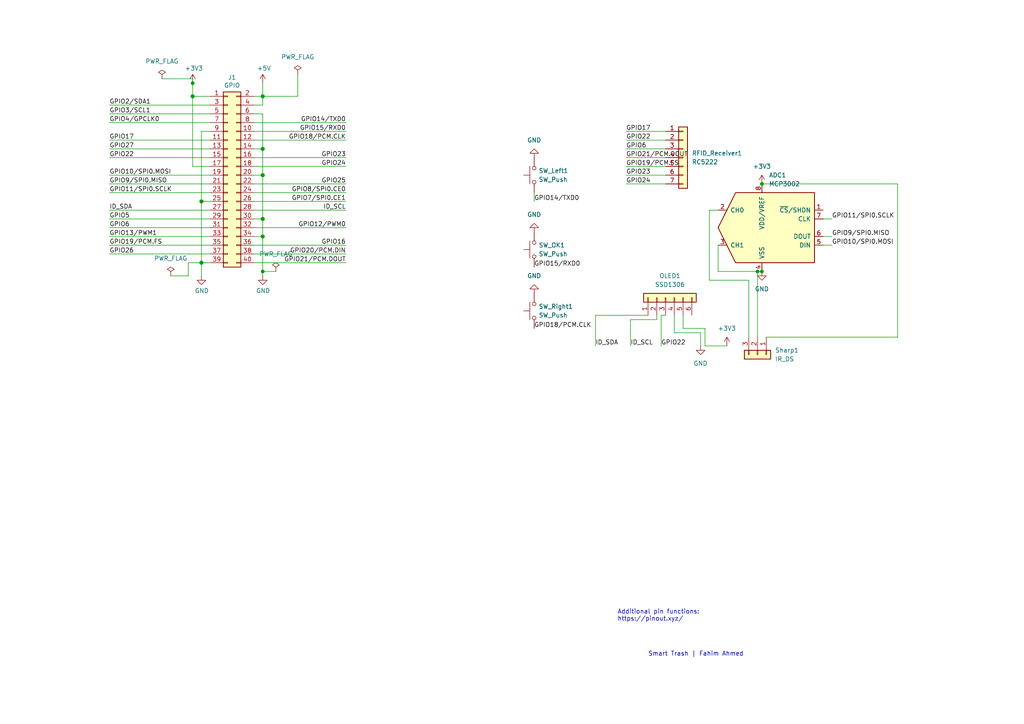
<source format=kicad_sch>
(kicad_sch (version 20211123) (generator eeschema)
  (paper "A4")
  (title_block (date "2022-04-18"))
  (lib_symbols
    (symbol "Analog_ADC:MCP3002" (pin_names (offset 1.016))
      (property "Reference" "U" (at -6.35 11.43 0))
      (property "Value" "MCP3002" (at 11.43 11.43 0))
      (symbol "MCP3002_0_1"
        (polyline (pts (xy 15.24 10.16) (xy -7.62 10.16) (xy -12.7 0) (xy -7.62 -10.16) (xy 15.24 -10.16) (xy 15.24 10.16)) (stroke (width 0.254)) (fill (type background)))
      )
      (symbol "MCP3002_1_1"
        (pin input line (at 17.78 5.08 180) (length 2.54) (name "~{CS}/SHDN") (number "1"))
        (pin passive line (at -12.7 5.08 0) (length 2.54) (name "CH0") (number "2"))
        (pin passive line (at -12.7 -5.08 0) (length 2.54) (name "CH1") (number "3"))
        (pin power_in line (at 0 -12.7 90) (length 2.54) (name "VSS") (number "4"))
        (pin input line (at 17.78 -5.08 180) (length 2.54) (name "DIN") (number "5"))
        (pin output line (at 17.78 -2.54 180) (length 2.54) (name "DOUT") (number "6"))
        (pin input line (at 17.78 2.54 180) (length 2.54) (name "CLK") (number "7"))
        (pin power_in line (at 0 12.7 270) (length 2.54) (name "VDD/VREF") (number "8"))
      )
    )
    (symbol "Connector_Generic:Conn_01x03" (pin_names (offset 1.016) hide)
      (property "Reference" "J" (at 0 5.08 0))
      (property "Value" "Conn_01x03" (at 0 -5.08 0))
      (symbol "Conn_01x03_1_1"
        (rectangle (start -1.27 -2.413) (end 0 -2.667) (stroke (width 0.1524)))
        (rectangle (start -1.27 0.127) (end 0 -0.127) (stroke (width 0.1524)))
        (rectangle (start -1.27 2.667) (end 0 2.413) (stroke (width 0.1524)))
        (rectangle (start -1.27 3.81) (end 1.27 -3.81) (stroke (width 0.254)) (fill (type background)))
        (pin passive line (at -5.08 2.54 0) (length 3.81) (name "Pin_1") (number "1"))
        (pin passive line (at -5.08 0 0) (length 3.81) (name "Pin_2") (number "2"))
        (pin passive line (at -5.08 -2.54 0) (length 3.81) (name "Pin_3") (number "3"))
      )
    )
    (symbol "Connector_Generic:Conn_01x06" (pin_names (offset 1.016) hide)
      (property "Reference" "J" (at 0 7.62 0))
      (property "Value" "Conn_01x06" (at 0 -10.16 0))
      (symbol "Conn_01x06_1_1"
        (rectangle (start -1.27 -7.493) (end 0 -7.747) (stroke (width 0.1524)))
        (rectangle (start -1.27 -4.953) (end 0 -5.207) (stroke (width 0.1524)))
        (rectangle (start -1.27 -2.413) (end 0 -2.667) (stroke (width 0.1524)))
        (rectangle (start -1.27 0.127) (end 0 -0.127) (stroke (width 0.1524)))
        (rectangle (start -1.27 2.667) (end 0 2.413) (stroke (width 0.1524)))
        (rectangle (start -1.27 5.207) (end 0 4.953) (stroke (width 0.1524)))
        (rectangle (start -1.27 6.35) (end 1.27 -8.89) (stroke (width 0.254)) (fill (type background)))
        (pin passive line (at -5.08 5.08 0) (length 3.81) (name "Pin_1") (number "1"))
        (pin passive line (at -5.08 2.54 0) (length 3.81) (name "Pin_2") (number "2"))
        (pin passive line (at -5.08 0 0) (length 3.81) (name "Pin_3") (number "3"))
        (pin passive line (at -5.08 -2.54 0) (length 3.81) (name "Pin_4") (number "4"))
        (pin passive line (at -5.08 -5.08 0) (length 3.81) (name "Pin_5") (number "5"))
        (pin passive line (at -5.08 -7.62 0) (length 3.81) (name "Pin_6") (number "6"))
      )
    )
    (symbol "Connector_Generic:Conn_01x07" (pin_names (offset 1.016) hide)
      (property "Reference" "J" (at 0 10.16 0))
      (property "Value" "Conn_01x07" (at 0 -10.16 0))
      (symbol "Conn_01x07_1_1"
        (rectangle (start -1.27 -7.493) (end 0 -7.747) (stroke (width 0.1524)))
        (rectangle (start -1.27 -4.953) (end 0 -5.207) (stroke (width 0.1524)))
        (rectangle (start -1.27 -2.413) (end 0 -2.667) (stroke (width 0.1524)))
        (rectangle (start -1.27 0.127) (end 0 -0.127) (stroke (width 0.1524)))
        (rectangle (start -1.27 2.667) (end 0 2.413) (stroke (width 0.1524)))
        (rectangle (start -1.27 5.207) (end 0 4.953) (stroke (width 0.1524)))
        (rectangle (start -1.27 7.747) (end 0 7.493) (stroke (width 0.1524)))
        (rectangle (start -1.27 8.89) (end 1.27 -8.89) (stroke (width 0.254)) (fill (type background)))
        (pin passive line (at -5.08 7.62 0) (length 3.81) (name "Pin_1") (number "1"))
        (pin passive line (at -5.08 5.08 0) (length 3.81) (name "Pin_2") (number "2"))
        (pin passive line (at -5.08 2.54 0) (length 3.81) (name "Pin_3") (number "3"))
        (pin passive line (at -5.08 0 0) (length 3.81) (name "Pin_4") (number "4"))
        (pin passive line (at -5.08 -2.54 0) (length 3.81) (name "Pin_5") (number "5"))
        (pin passive line (at -5.08 -5.08 0) (length 3.81) (name "Pin_6") (number "6"))
        (pin passive line (at -5.08 -7.62 0) (length 3.81) (name "Pin_7") (number "7"))
      )
    )
    (symbol "Connector_Generic:Conn_02x20_Odd_Even" (pin_names (offset 1.016) hide)
      (property "Reference" "J" (at 1.27 25.4 0))
      (property "Value" "Conn_02x20_Odd_Even" (at 1.27 -27.94 0))
      (symbol "Conn_02x20_Odd_Even_1_1"
        (rectangle (start -1.27 -25.273) (end 0 -25.527) (stroke (width 0.1524)))
        (rectangle (start -1.27 -22.733) (end 0 -22.987) (stroke (width 0.1524)))
        (rectangle (start -1.27 -20.193) (end 0 -20.447) (stroke (width 0.1524)))
        (rectangle (start -1.27 -17.653) (end 0 -17.907) (stroke (width 0.1524)))
        (rectangle (start -1.27 -15.113) (end 0 -15.367) (stroke (width 0.1524)))
        (rectangle (start -1.27 -12.573) (end 0 -12.827) (stroke (width 0.1524)))
        (rectangle (start -1.27 -10.033) (end 0 -10.287) (stroke (width 0.1524)))
        (rectangle (start -1.27 -7.493) (end 0 -7.747) (stroke (width 0.1524)))
        (rectangle (start -1.27 -4.953) (end 0 -5.207) (stroke (width 0.1524)))
        (rectangle (start -1.27 -2.413) (end 0 -2.667) (stroke (width 0.1524)))
        (rectangle (start -1.27 0.127) (end 0 -0.127) (stroke (width 0.1524)))
        (rectangle (start -1.27 2.667) (end 0 2.413) (stroke (width 0.1524)))
        (rectangle (start -1.27 5.207) (end 0 4.953) (stroke (width 0.1524)))
        (rectangle (start -1.27 7.747) (end 0 7.493) (stroke (width 0.1524)))
        (rectangle (start -1.27 10.287) (end 0 10.033) (stroke (width 0.1524)))
        (rectangle (start -1.27 12.827) (end 0 12.573) (stroke (width 0.1524)))
        (rectangle (start -1.27 15.367) (end 0 15.113) (stroke (width 0.1524)))
        (rectangle (start -1.27 17.907) (end 0 17.653) (stroke (width 0.1524)))
        (rectangle (start -1.27 20.447) (end 0 20.193) (stroke (width 0.1524)))
        (rectangle (start -1.27 22.987) (end 0 22.733) (stroke (width 0.1524)))
        (rectangle (start -1.27 24.13) (end 3.81 -26.67) (stroke (width 0.254)) (fill (type background)))
        (rectangle (start 3.81 -25.273) (end 2.54 -25.527) (stroke (width 0.1524)))
        (rectangle (start 3.81 -22.733) (end 2.54 -22.987) (stroke (width 0.1524)))
        (rectangle (start 3.81 -20.193) (end 2.54 -20.447) (stroke (width 0.1524)))
        (rectangle (start 3.81 -17.653) (end 2.54 -17.907) (stroke (width 0.1524)))
        (rectangle (start 3.81 -15.113) (end 2.54 -15.367) (stroke (width 0.1524)))
        (rectangle (start 3.81 -12.573) (end 2.54 -12.827) (stroke (width 0.1524)))
        (rectangle (start 3.81 -10.033) (end 2.54 -10.287) (stroke (width 0.1524)))
        (rectangle (start 3.81 -7.493) (end 2.54 -7.747) (stroke (width 0.1524)))
        (rectangle (start 3.81 -4.953) (end 2.54 -5.207) (stroke (width 0.1524)))
        (rectangle (start 3.81 -2.413) (end 2.54 -2.667) (stroke (width 0.1524)))
        (rectangle (start 3.81 0.127) (end 2.54 -0.127) (stroke (width 0.1524)))
        (rectangle (start 3.81 2.667) (end 2.54 2.413) (stroke (width 0.1524)))
        (rectangle (start 3.81 5.207) (end 2.54 4.953) (stroke (width 0.1524)))
        (rectangle (start 3.81 7.747) (end 2.54 7.493) (stroke (width 0.1524)))
        (rectangle (start 3.81 10.287) (end 2.54 10.033) (stroke (width 0.1524)))
        (rectangle (start 3.81 12.827) (end 2.54 12.573) (stroke (width 0.1524)))
        (rectangle (start 3.81 15.367) (end 2.54 15.113) (stroke (width 0.1524)))
        (rectangle (start 3.81 17.907) (end 2.54 17.653) (stroke (width 0.1524)))
        (rectangle (start 3.81 20.447) (end 2.54 20.193) (stroke (width 0.1524)))
        (rectangle (start 3.81 22.987) (end 2.54 22.733) (stroke (width 0.1524)))
        (pin passive line (at -5.08 22.86 0) (length 3.81) (name "Pin_1") (number "1"))
        (pin passive line (at 7.62 12.7 180) (length 3.81) (name "Pin_10") (number "10"))
        (pin passive line (at -5.08 10.16 0) (length 3.81) (name "Pin_11") (number "11"))
        (pin passive line (at 7.62 10.16 180) (length 3.81) (name "Pin_12") (number "12"))
        (pin passive line (at -5.08 7.62 0) (length 3.81) (name "Pin_13") (number "13"))
        (pin passive line (at 7.62 7.62 180) (length 3.81) (name "Pin_14") (number "14"))
        (pin passive line (at -5.08 5.08 0) (length 3.81) (name "Pin_15") (number "15"))
        (pin passive line (at 7.62 5.08 180) (length 3.81) (name "Pin_16") (number "16"))
        (pin passive line (at -5.08 2.54 0) (length 3.81) (name "Pin_17") (number "17"))
        (pin passive line (at 7.62 2.54 180) (length 3.81) (name "Pin_18") (number "18"))
        (pin passive line (at -5.08 0 0) (length 3.81) (name "Pin_19") (number "19"))
        (pin passive line (at 7.62 22.86 180) (length 3.81) (name "Pin_2") (number "2"))
        (pin passive line (at 7.62 0 180) (length 3.81) (name "Pin_20") (number "20"))
        (pin passive line (at -5.08 -2.54 0) (length 3.81) (name "Pin_21") (number "21"))
        (pin passive line (at 7.62 -2.54 180) (length 3.81) (name "Pin_22") (number "22"))
        (pin passive line (at -5.08 -5.08 0) (length 3.81) (name "Pin_23") (number "23"))
        (pin passive line (at 7.62 -5.08 180) (length 3.81) (name "Pin_24") (number "24"))
        (pin passive line (at -5.08 -7.62 0) (length 3.81) (name "Pin_25") (number "25"))
        (pin passive line (at 7.62 -7.62 180) (length 3.81) (name "Pin_26") (number "26"))
        (pin passive line (at -5.08 -10.16 0) (length 3.81) (name "Pin_27") (number "27"))
        (pin passive line (at 7.62 -10.16 180) (length 3.81) (name "Pin_28") (number "28"))
        (pin passive line (at -5.08 -12.7 0) (length 3.81) (name "Pin_29") (number "29"))
        (pin passive line (at -5.08 20.32 0) (length 3.81) (name "Pin_3") (number "3"))
        (pin passive line (at 7.62 -12.7 180) (length 3.81) (name "Pin_30") (number "30"))
        (pin passive line (at -5.08 -15.24 0) (length 3.81) (name "Pin_31") (number "31"))
        (pin passive line (at 7.62 -15.24 180) (length 3.81) (name "Pin_32") (number "32"))
        (pin passive line (at -5.08 -17.78 0) (length 3.81) (name "Pin_33") (number "33"))
        (pin passive line (at 7.62 -17.78 180) (length 3.81) (name "Pin_34") (number "34"))
        (pin passive line (at -5.08 -20.32 0) (length 3.81) (name "Pin_35") (number "35"))
        (pin passive line (at 7.62 -20.32 180) (length 3.81) (name "Pin_36") (number "36"))
        (pin passive line (at -5.08 -22.86 0) (length 3.81) (name "Pin_37") (number "37"))
        (pin passive line (at 7.62 -22.86 180) (length 3.81) (name "Pin_38") (number "38"))
        (pin passive line (at -5.08 -25.4 0) (length 3.81) (name "Pin_39") (number "39"))
        (pin passive line (at 7.62 20.32 180) (length 3.81) (name "Pin_4") (number "4"))
        (pin passive line (at 7.62 -25.4 180) (length 3.81) (name "Pin_40") (number "40"))
        (pin passive line (at -5.08 17.78 0) (length 3.81) (name "Pin_5") (number "5"))
        (pin passive line (at 7.62 17.78 180) (length 3.81) (name "Pin_6") (number "6"))
        (pin passive line (at -5.08 15.24 0) (length 3.81) (name "Pin_7") (number "7"))
        (pin passive line (at 7.62 15.24 180) (length 3.81) (name "Pin_8") (number "8"))
        (pin passive line (at -5.08 12.7 0) (length 3.81) (name "Pin_9") (number "9"))
      )
    )
    (symbol "Switch:SW_Push" (pin_numbers hide) (pin_names (offset 1.016) hide)
      (property "Reference" "SW" (at 1.27 2.54 0))
      (property "Value" "SW_Push" (at 0 -1.524 0))
      (symbol "SW_Push_0_1"
        (circle (center -2.032 0) (radius 0.508))
        (polyline (pts (xy 0 1.27) (xy 0 3.048)))
        (polyline (pts (xy 2.54 1.27) (xy -2.54 1.27)))
        (circle (center 2.032 0) (radius 0.508))
        (pin passive line (at -5.08 0 0) (length 2.54) (name "1") (number "1"))
        (pin passive line (at 5.08 0 180) (length 2.54) (name "2") (number "2"))
      )
    )
    (symbol "power:+3.3V" (power) (pin_names (offset 0))
      (property "Value" "+3.3V" (at 0 3.556 0))
      (symbol "+3.3V_0_1"
        (polyline (pts (xy -0.762 1.27) (xy 0 2.54)))
        (polyline (pts (xy 0 0) (xy 0 2.54)))
        (polyline (pts (xy 0 2.54) (xy 0.762 1.27)))
      )
      (symbol "+3.3V_1_1"
        (pin power_in line (at 0 0 90) (length 0) hide (name "+3V3") (number "1"))
      )
    )
    (symbol "power:+5V" (power) (pin_names (offset 0))
      (property "Value" "+5V" (at 0 3.556 0))
      (symbol "+5V_0_1"
        (polyline (pts (xy -0.762 1.27) (xy 0 2.54)))
        (polyline (pts (xy 0 0) (xy 0 2.54)))
        (polyline (pts (xy 0 2.54) (xy 0.762 1.27)))
      )
      (symbol "+5V_1_1"
        (pin power_in line (at 0 0 90) (length 0) hide (name "+5V") (number "1"))
      )
    )
    (symbol "power:GND" (power) (pin_names (offset 0))
      (property "Value" "GND" (at 0 -3.81 0))
      (symbol "GND_0_1"
        (polyline (pts (xy 0 0) (xy 0 -1.27) (xy 1.27 -1.27) (xy 0 -2.54) (xy -1.27 -1.27) (xy 0 -1.27)))
      )
      (symbol "GND_1_1"
        (pin power_in line (at 0 0 270) (length 0) hide (name "GND") (number "1"))
      )
    )
    (symbol "power:PWR_FLAG" (power) (pin_numbers hide) (pin_names (offset 0) hide)
      (property "Value" "PWR_FLAG" (at 0 3.81 0))
      (symbol "PWR_FLAG_0_0"
        (pin power_out line (at 0 0 90) (length 0) (name "pwr") (number "1"))
      )
      (symbol "PWR_FLAG_0_1"
        (polyline (pts (xy 0 0) (xy 0 1.27) (xy -1.016 1.905) (xy 0 2.54) (xy 1.016 1.905) (xy 0 1.27)))
      )
    )
  )
  (junction (at 220.98 78.74))
  (junction (at 76.2 63.5) (diameter 1.016))
  (junction (at 55.88 27.94) (diameter 1.016))
  (junction (at 76.2 68.58) (diameter 1.016))
  (junction (at 55.88 24.13))
  (junction (at 58.42 58.42) (diameter 1.016))
  (junction (at 219.71 78.74))
  (junction (at 76.2 50.8) (diameter 1.016))
  (junction (at 76.2 43.18) (diameter 1.016))
  (junction (at 220.98 53.34))
  (junction (at 76.2 78.74))
  (junction (at 58.42 76.2) (diameter 1.016))
  (junction (at 76.2 27.94) (diameter 1.016))
  (wire (pts (xy 58.42 58.42) (xy 58.42 76.2)))
  (wire (pts (xy 73.66 58.42) (xy 100.33 58.42)))
  (wire (pts (xy 203.2 96.52) (xy 195.58 96.52)))
  (wire (pts (xy 60.96 40.64) (xy 31.75 40.64)))
  (wire (pts (xy 154.94 55.88) (xy 154.94 58.42)))
  (wire (pts (xy 76.2 33.02) (xy 76.2 43.18)))
  (wire (pts (xy 76.2 50.8) (xy 73.66 50.8)))
  (wire (pts (xy 54.61 76.2) (xy 58.42 76.2)))
  (wire (pts (xy 76.2 63.5) (xy 76.2 68.58)))
  (wire (pts (xy 204.47 95.25) (xy 198.12 95.25)))
  (wire (pts (xy 205.74 60.96) (xy 208.28 60.96)))
  (wire (pts (xy 260.35 53.34) (xy 260.35 97.79)))
  (wire (pts (xy 217.17 81.28) (xy 205.74 81.28)))
  (wire (pts (xy 182.88 92.71) (xy 190.5 92.71)))
  (wire (pts (xy 198.12 95.25) (xy 198.12 91.44)))
  (wire (pts (xy 76.2 50.8) (xy 76.2 63.5)))
  (wire (pts (xy 73.66 35.56) (xy 100.33 35.56)))
  (wire (pts (xy 58.42 38.1) (xy 58.42 58.42)))
  (wire (pts (xy 203.2 100.33) (xy 203.2 96.52)))
  (wire (pts (xy 208.28 71.12) (xy 208.28 78.74)))
  (wire (pts (xy 204.47 100.33) (xy 204.47 95.25)))
  (wire (pts (xy 58.42 38.1) (xy 60.96 38.1)))
  (wire (pts (xy 73.66 55.88) (xy 100.33 55.88)))
  (wire (pts (xy 181.61 45.72) (xy 193.04 45.72)))
  (wire (pts (xy 181.61 38.1) (xy 193.04 38.1)))
  (wire (pts (xy 60.96 60.96) (xy 31.75 60.96)))
  (wire (pts (xy 181.61 43.18) (xy 193.04 43.18)))
  (wire (pts (xy 31.75 63.5) (xy 60.96 63.5)))
  (wire (pts (xy 191.77 91.44) (xy 193.04 91.44)))
  (wire (pts (xy 181.61 40.64) (xy 193.04 40.64)))
  (wire (pts (xy 58.42 58.42) (xy 60.96 58.42)))
  (wire (pts (xy 73.66 45.72) (xy 100.33 45.72)))
  (wire (pts (xy 260.35 97.79) (xy 222.25 97.79)))
  (wire (pts (xy 73.66 76.2) (xy 100.33 76.2)))
  (wire (pts (xy 58.42 76.2) (xy 58.42 80.01)))
  (wire (pts (xy 31.75 43.18) (xy 60.96 43.18)))
  (wire (pts (xy 55.88 22.86) (xy 55.88 24.13)))
  (wire (pts (xy 220.98 53.34) (xy 260.35 53.34)))
  (wire (pts (xy 190.5 92.71) (xy 190.5 91.44)))
  (wire (pts (xy 76.2 78.74) (xy 76.2 80.01)))
  (wire (pts (xy 76.2 68.58) (xy 73.66 68.58)))
  (wire (pts (xy 31.75 33.02) (xy 60.96 33.02)))
  (wire (pts (xy 241.3 63.5) (xy 238.76 63.5)))
  (wire (pts (xy 31.75 55.88) (xy 60.96 55.88)))
  (wire (pts (xy 210.82 100.33) (xy 204.47 100.33)))
  (wire (pts (xy 55.88 48.26) (xy 60.96 48.26)))
  (wire (pts (xy 60.96 30.48) (xy 31.75 30.48)))
  (wire (pts (xy 76.2 27.94) (xy 76.2 30.48)))
  (wire (pts (xy 191.77 100.33) (xy 191.77 91.44)))
  (wire (pts (xy 181.61 53.34) (xy 193.04 53.34)))
  (wire (pts (xy 181.61 50.8) (xy 193.04 50.8)))
  (wire (pts (xy 76.2 43.18) (xy 76.2 50.8)))
  (wire (pts (xy 73.66 40.64) (xy 100.33 40.64)))
  (wire (pts (xy 76.2 43.18) (xy 73.66 43.18)))
  (wire (pts (xy 76.2 24.13) (xy 76.2 27.94)))
  (wire (pts (xy 241.3 71.12) (xy 238.76 71.12)))
  (wire (pts (xy 217.17 97.79) (xy 217.17 81.28)))
  (wire (pts (xy 31.75 35.56) (xy 60.96 35.56)))
  (wire (pts (xy 76.2 27.94) (xy 73.66 27.94)))
  (wire (pts (xy 55.88 27.94) (xy 55.88 48.26)))
  (wire (pts (xy 49.53 80.01) (xy 54.61 80.01)))
  (wire (pts (xy 73.66 48.26) (xy 100.33 48.26)))
  (wire (pts (xy 73.66 38.1) (xy 100.33 38.1)))
  (wire (pts (xy 182.88 100.33) (xy 182.88 92.71)))
  (wire (pts (xy 172.72 100.33) (xy 172.72 91.44)))
  (wire (pts (xy 181.61 48.26) (xy 193.04 48.26)))
  (wire (pts (xy 31.75 45.72) (xy 60.96 45.72)))
  (wire (pts (xy 31.75 53.34) (xy 60.96 53.34)))
  (wire (pts (xy 208.28 78.74) (xy 219.71 78.74)))
  (wire (pts (xy 31.75 66.04) (xy 60.96 66.04)))
  (wire (pts (xy 219.71 97.79) (xy 219.71 78.74)))
  (wire (pts (xy 76.2 30.48) (xy 73.66 30.48)))
  (wire (pts (xy 86.36 21.59) (xy 86.36 27.94)))
  (wire (pts (xy 46.99 22.86) (xy 55.88 22.86)))
  (wire (pts (xy 195.58 96.52) (xy 195.58 91.44)))
  (wire (pts (xy 31.75 71.12) (xy 60.96 71.12)))
  (wire (pts (xy 73.66 71.12) (xy 100.33 71.12)))
  (wire (pts (xy 73.66 66.04) (xy 100.33 66.04)))
  (wire (pts (xy 58.42 76.2) (xy 60.96 76.2)))
  (wire (pts (xy 73.66 73.66) (xy 100.33 73.66)))
  (wire (pts (xy 76.2 33.02) (xy 73.66 33.02)))
  (wire (pts (xy 238.76 68.58) (xy 241.3 68.58)))
  (wire (pts (xy 31.75 73.66) (xy 60.96 73.66)))
  (wire (pts (xy 54.61 80.01) (xy 54.61 76.2)))
  (wire (pts (xy 86.36 27.94) (xy 76.2 27.94)))
  (wire (pts (xy 219.71 78.74) (xy 220.98 78.74)))
  (wire (pts (xy 172.72 91.44) (xy 187.96 91.44)))
  (wire (pts (xy 76.2 68.58) (xy 76.2 78.74)))
  (wire (pts (xy 73.66 53.34) (xy 100.33 53.34)))
  (wire (pts (xy 60.96 68.58) (xy 31.75 68.58)))
  (wire (pts (xy 205.74 81.28) (xy 205.74 60.96)))
  (wire (pts (xy 55.88 24.13) (xy 55.88 27.94)))
  (wire (pts (xy 76.2 63.5) (xy 73.66 63.5)))
  (wire (pts (xy 55.88 27.94) (xy 60.96 27.94)))
  (wire (pts (xy 76.2 78.74) (xy 80.01 78.74)))
  (wire (pts (xy 60.96 50.8) (xy 31.75 50.8)))
  (wire (pts (xy 73.66 60.96) (xy 100.33 60.96)))
  (text "Smart Trash | Fahim Ahmed" (at 187.96 190.5 0) (effects (font (size 1.27 1.27)) (justify left bottom)))
  (text "Additional pin functions:\nhttps://pinout.xyz/" (at 179.07 180.34 0) (effects (font (size 1.27 1.27)) (justify left bottom)))
  (label "ID_SDA" (at 31.75 60.96 0))
  (label "GPIO6" (at 31.75 66.04 0))
  (label "GPIO6" (at 181.61 43.18 0))
  (label "GPIO10{slash}SPI0.MOSI" (at 241.3 71.12 0))
  (label "ID_SCL" (at 100.33 60.96 180))
  (label "GPIO5" (at 31.75 63.5 0))
  (label "GPIO18{slash}PCM.CLK" (at 154.94 95.25 0))
  (label "GPIO19{slash}PCM.FS" (at 181.61 48.26 0))
  (label "GPIO21{slash}PCM.DOUT" (at 100.33 76.2 180))
  (label "GPIO19{slash}PCM.FS" (at 31.75 71.12 0))
  (label "GPIO10{slash}SPI0.MOSI" (at 31.75 50.8 0))
  (label "GPIO9{slash}SPI0.MISO" (at 31.75 53.34 0))
  (label "GPIO23" (at 100.33 45.72 180))
  (label "GPIO4{slash}GPCLK0" (at 31.75 35.56 0))
  (label "GPIO21{slash}PCM.DOUT" (at 181.61 45.72 0))
  (label "GPIO15{slash}RXD0" (at 154.94 77.47 0))
  (label "GPIO27" (at 31.75 43.18 0))
  (label "GPIO26" (at 31.75 73.66 0))
  (label "GPIO14{slash}TXD0" (at 100.33 35.56 180))
  (label "GPIO8{slash}SPI0.CE0" (at 100.33 55.88 180))
  (label "GPIO15{slash}RXD0" (at 100.33 38.1 180))
  (label "GPIO16" (at 100.33 71.12 180))
  (label "ID_SDA" (at 172.72 100.33 0))
  (label "GPIO11{slash}SPI0.SCLK" (at 241.3 63.5 0))
  (label "GPIO22" (at 31.75 45.72 0))
  (label "GPIO2{slash}SDA1" (at 31.75 30.48 0))
  (label "GPIO22" (at 191.77 100.33 0))
  (label "GPIO17" (at 31.75 40.64 0))
  (label "GPIO25" (at 100.33 53.34 180))
  (label "GPIO3{slash}SCL1" (at 31.75 33.02 0))
  (label "GPIO18{slash}PCM.CLK" (at 100.33 40.64 180))
  (label "GPIO12{slash}PWM0" (at 100.33 66.04 180))
  (label "GPIO9{slash}SPI0.MISO" (at 241.3 68.58 0))
  (label "GPIO17" (at 181.61 38.1 0))
  (label "GPIO22" (at 181.61 40.64 0))
  (label "GPIO13{slash}PWM1" (at 31.75 68.58 0))
  (label "GPIO20{slash}PCM.DIN" (at 100.33 73.66 180))
  (label "GPIO24" (at 100.33 48.26 180))
  (label "GPIO7{slash}SPI0.CE1" (at 100.33 58.42 180))
  (label "ID_SCL" (at 182.88 100.33 0))
  (label "GPIO23" (at 181.61 50.8 0))
  (label "GPIO24" (at 181.61 53.34 0))
  (label "GPIO14{slash}TXD0" (at 154.94 58.42 0))
  (label "GPIO11{slash}SPI0.SCLK" (at 31.75 55.88 0))
  (symbol (lib_id "power:+5V") (at 76.2 24.13 0) (unit 1)
    (property "Reference" "#PWR01" (effects hide))
    (property "Value" "+5V" (at 76.5683 19.8056 0))
  )
  (symbol (lib_id "power:+3.3V") (at 55.88 24.13 0) (unit 1)
    (property "Reference" "#PWR04" (effects hide))
    (property "Value" "+3.3V" (at 56.2483 19.8056 0))
  )
  (symbol (lib_id "power:GND") (at 76.2 80.01 0) (unit 1)
    (property "Reference" "#PWR02" (effects hide))
    (property "Value" "GND" (at 76.3143 84.3344 0))
  )
  (symbol (lib_id "power:GND") (at 58.42 80.01 0) (unit 1)
    (property "Reference" "#PWR03" (effects hide))
    (property "Value" "GND" (at 58.5343 84.3344 0))
  )
  (symbol (lib_id "Connector_Generic:Conn_02x20_Odd_Even") (at 66.04 50.8 0) (unit 1)
    (property "Reference" "J1" (at 67.31 22.4598 0))
    (property "Value" "GPIO" (at 67.31 24.765 0))
    (property "Footprint" "Connector_PinSocket_2.54mm:PinSocket_2x20_P2.54mm_Vertical" (effects hide))
  )
  (symbol (lib_id "power:GND") (at 203.2 100.33 0) (unit 1)
    (property "Reference" "#PWR06" (effects hide))
    (property "Value" "GND" (at 203.2 105.41 0))
  )
  (symbol (lib_id "Connector_Generic:Conn_01x03") (at 219.71 102.87 270) (unit 1)
    (property "Reference" "Sharp1" (at 224.79 101.5999 90) (effects (justify left)))
    (property "Value" "IR_DS" (at 224.79 104.1399 90) (effects (justify left)))
    (property "Footprint" "Connector_PinSocket_1.27mm:PinSocket_1x03_P1.27mm_Vertical" (effects hide))
  )
  (symbol (lib_id "power:PWR_FLAG") (at 80.01 78.74 0) (unit 1)
    (property "Reference" "#FLG03" (effects hide))
    (property "Value" "PWR_FLAG" (at 80.01 73.66 0))
  )
  (symbol (lib_id "Connector_Generic:Conn_01x07") (at 198.12 45.72 0) (unit 1)
    (property "Reference" "RFID_Receiver1" (at 200.66 44.4499 0) (effects (justify left)))
    (property "Value" "RC5222" (at 200.66 46.9899 0) (effects (justify left)))
    (property "Footprint" "Connector_PinHeader_1.00mm:PinHeader_1x07_P1.00mm_Horizontal" (effects hide))
  )
  (symbol (lib_id "power:GND") (at 154.94 85.09 180) (unit 1)
    (property "Reference" "#PWR0102" (effects hide))
    (property "Value" "GND" (at 154.94 80.01 0))
  )
  (symbol (lib_id "Switch:SW_Push") (at 154.94 90.17 90) (unit 1)
    (property "Reference" "SW_Right1" (at 156.21 88.8999 90) (effects (justify right)))
    (property "Value" "SW_Push" (at 156.21 91.4399 90) (effects (justify right)))
    (property "Footprint" "Button_Switch_THT:SW_PUSH_6mm" (effects hide))
  )
  (symbol (lib_id "Switch:SW_Push") (at 154.94 50.8 90) (unit 1)
    (property "Reference" "SW_Left1" (at 156.21 49.5299 90) (effects (justify right)))
    (property "Value" "SW_Push" (at 156.21 52.0699 90) (effects (justify right)))
    (property "Footprint" "Button_Switch_THT:SW_PUSH_6mm_H5mm" (effects hide))
  )
  (symbol (lib_id "power:GND") (at 220.98 78.74 0) (unit 1)
    (property "Reference" "#PWR0104" (effects hide))
    (property "Value" "GND" (at 220.98 83.82 0))
  )
  (symbol (lib_id "power:GND") (at 154.94 45.72 180) (unit 1)
    (property "Reference" "#PWR0105" (effects hide))
    (property "Value" "GND" (at 154.94 40.64 0))
  )
  (symbol (lib_id "Analog_ADC:MCP3002") (at 220.98 66.04 0) (unit 1)
    (property "Reference" "ADC1" (at 222.9994 50.8 0) (effects (justify left)))
    (property "Value" "MCP3002" (at 222.9994 53.34 0) (effects (justify left)))
    (property "Footprint" "Connector_PinSocket_1.27mm:PinSocket_2x04_P1.27mm_Vertical_SMD" (effects hide))
    (property "Datasheet" "http://ww1.microchip.com/downloads/en/DeviceDoc/21294E.pdf" (effects hide))
  )
  (symbol (lib_id "power:PWR_FLAG") (at 49.53 80.01 0) (unit 1)
    (property "Reference" "#FLG02" (effects hide))
    (property "Value" "PWR_FLAG" (at 49.53 74.93 0))
  )
  (symbol (lib_id "power:+3.3V") (at 210.82 100.33 0) (unit 1)
    (property "Reference" "#PWR07" (effects hide))
    (property "Value" "+3.3V" (at 210.82 95.25 0))
  )
  (symbol (lib_id "power:GND") (at 154.94 67.31 180) (unit 1)
    (property "Reference" "#PWR0101" (effects hide))
    (property "Value" "GND" (at 154.94 62.23 0))
  )
  (symbol (lib_id "Switch:SW_Push") (at 154.94 72.39 90) (unit 1)
    (property "Reference" "SW_OK1" (at 156.21 71.1199 90) (effects (justify right)))
    (property "Value" "SW_Push" (at 156.21 73.6599 90) (effects (justify right)))
    (property "Footprint" "Button_Switch_THT:SW_PUSH_6mm_H5mm" (effects hide))
  )
  (symbol (lib_id "power:+3.3V") (at 220.98 53.34 0) (unit 1)
    (property "Reference" "#PWR0103" (effects hide))
    (property "Value" "+3.3V" (at 220.98 48.26 0))
  )
  (symbol (lib_id "Connector_Generic:Conn_01x06") (at 193.04 86.36 90) (unit 1)
    (property "Reference" "OLED1" (at 194.31 80.01 90))
    (property "Value" "SSD1306" (at 194.31 82.55 90))
    (property "Footprint" "Display:Adafruit_SSD1306" (effects hide))
  )
  (symbol (lib_id "power:PWR_FLAG") (at 46.99 22.86 0) (unit 1)
    (property "Reference" "#FLG01" (effects hide))
    (property "Value" "PWR_FLAG" (at 46.99 17.78 0))
  )
  (symbol (lib_id "power:PWR_FLAG") (at 86.36 21.59 0) (unit 1)
    (property "Reference" "#FLG04" (effects hide))
    (property "Value" "PWR_FLAG" (at 86.36 16.51 0))
  )
)
</source>
